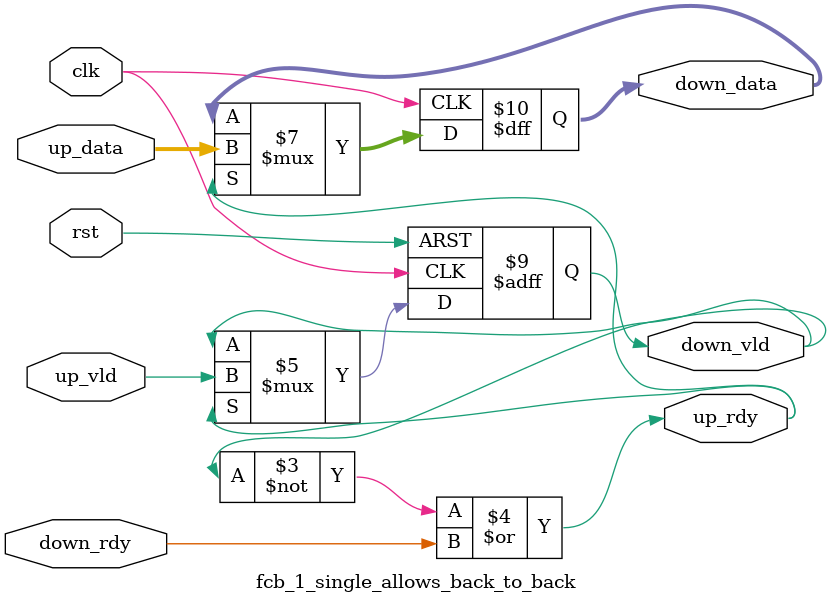
<source format=sv>

module fcb_1_single_allows_back_to_back
# (
    parameter w = 0
)
(
    input                  clk,
    input                  rst,

    input                  up_vld,
    output                 up_rdy,
    input        [w - 1:0] up_data,

    output logic           down_vld,
    input                  down_rdy,
    output logic [w - 1:0] down_data
);

    always_ff @ (posedge clk)
        if (up_rdy)
            down_data <= up_data;

    always_ff @ (posedge clk or posedge rst)
        if (rst)
            down_vld <= 1'b0;
        else if (up_rdy)
            down_vld <= up_vld;

    assign up_rdy = ~ down_vld | down_rdy;

endmodule

</source>
